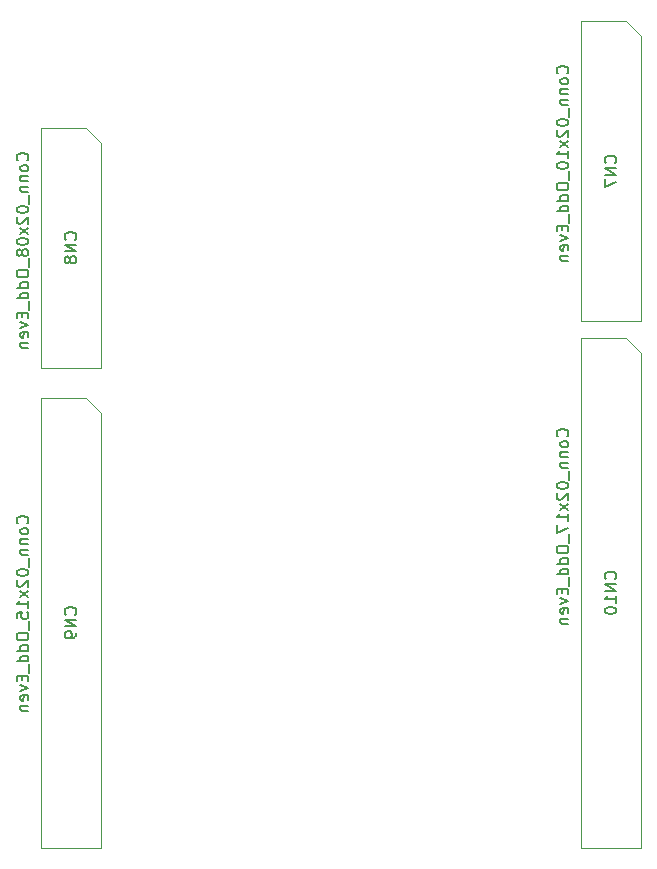
<source format=gbr>
G04 #@! TF.FileFunction,Other,Fab,Bot*
%FSLAX46Y46*%
G04 Gerber Fmt 4.6, Leading zero omitted, Abs format (unit mm)*
G04 Created by KiCad (PCBNEW 4.0.7) date Mon Nov 12 23:25:46 2018*
%MOMM*%
%LPD*%
G01*
G04 APERTURE LIST*
%ADD10C,0.100000*%
%ADD11C,0.150000*%
G04 APERTURE END LIST*
D10*
X117263000Y-64481000D02*
X113453000Y-64481000D01*
X113453000Y-64481000D02*
X113453000Y-84801000D01*
X113453000Y-84801000D02*
X118533000Y-84801000D01*
X118533000Y-84801000D02*
X118533000Y-65751000D01*
X118533000Y-65751000D02*
X117263000Y-64481000D01*
X117263000Y-87341000D02*
X113453000Y-87341000D01*
X113453000Y-87341000D02*
X113453000Y-125441000D01*
X113453000Y-125441000D02*
X118533000Y-125441000D01*
X118533000Y-125441000D02*
X118533000Y-88611000D01*
X118533000Y-88611000D02*
X117263000Y-87341000D01*
X162983000Y-55464000D02*
X159173000Y-55464000D01*
X159173000Y-55464000D02*
X159173000Y-80864000D01*
X159173000Y-80864000D02*
X164253000Y-80864000D01*
X164253000Y-80864000D02*
X164253000Y-56734000D01*
X164253000Y-56734000D02*
X162983000Y-55464000D01*
X162983000Y-82261000D02*
X159173000Y-82261000D01*
X159173000Y-82261000D02*
X159173000Y-125441000D01*
X159173000Y-125441000D02*
X164253000Y-125441000D01*
X164253000Y-125441000D02*
X164253000Y-83531000D01*
X164253000Y-83531000D02*
X162983000Y-82261000D01*
D11*
X112286143Y-67252142D02*
X112333762Y-67204523D01*
X112381381Y-67061666D01*
X112381381Y-66966428D01*
X112333762Y-66823570D01*
X112238524Y-66728332D01*
X112143286Y-66680713D01*
X111952810Y-66633094D01*
X111809952Y-66633094D01*
X111619476Y-66680713D01*
X111524238Y-66728332D01*
X111429000Y-66823570D01*
X111381381Y-66966428D01*
X111381381Y-67061666D01*
X111429000Y-67204523D01*
X111476619Y-67252142D01*
X112381381Y-67823570D02*
X112333762Y-67728332D01*
X112286143Y-67680713D01*
X112190905Y-67633094D01*
X111905190Y-67633094D01*
X111809952Y-67680713D01*
X111762333Y-67728332D01*
X111714714Y-67823570D01*
X111714714Y-67966428D01*
X111762333Y-68061666D01*
X111809952Y-68109285D01*
X111905190Y-68156904D01*
X112190905Y-68156904D01*
X112286143Y-68109285D01*
X112333762Y-68061666D01*
X112381381Y-67966428D01*
X112381381Y-67823570D01*
X111714714Y-68585475D02*
X112381381Y-68585475D01*
X111809952Y-68585475D02*
X111762333Y-68633094D01*
X111714714Y-68728332D01*
X111714714Y-68871190D01*
X111762333Y-68966428D01*
X111857571Y-69014047D01*
X112381381Y-69014047D01*
X111714714Y-69490237D02*
X112381381Y-69490237D01*
X111809952Y-69490237D02*
X111762333Y-69537856D01*
X111714714Y-69633094D01*
X111714714Y-69775952D01*
X111762333Y-69871190D01*
X111857571Y-69918809D01*
X112381381Y-69918809D01*
X112476619Y-70156904D02*
X112476619Y-70918809D01*
X111381381Y-71347380D02*
X111381381Y-71442619D01*
X111429000Y-71537857D01*
X111476619Y-71585476D01*
X111571857Y-71633095D01*
X111762333Y-71680714D01*
X112000429Y-71680714D01*
X112190905Y-71633095D01*
X112286143Y-71585476D01*
X112333762Y-71537857D01*
X112381381Y-71442619D01*
X112381381Y-71347380D01*
X112333762Y-71252142D01*
X112286143Y-71204523D01*
X112190905Y-71156904D01*
X112000429Y-71109285D01*
X111762333Y-71109285D01*
X111571857Y-71156904D01*
X111476619Y-71204523D01*
X111429000Y-71252142D01*
X111381381Y-71347380D01*
X111476619Y-72061666D02*
X111429000Y-72109285D01*
X111381381Y-72204523D01*
X111381381Y-72442619D01*
X111429000Y-72537857D01*
X111476619Y-72585476D01*
X111571857Y-72633095D01*
X111667095Y-72633095D01*
X111809952Y-72585476D01*
X112381381Y-72014047D01*
X112381381Y-72633095D01*
X112381381Y-72966428D02*
X111714714Y-73490238D01*
X111714714Y-72966428D02*
X112381381Y-73490238D01*
X111381381Y-74061666D02*
X111381381Y-74156905D01*
X111429000Y-74252143D01*
X111476619Y-74299762D01*
X111571857Y-74347381D01*
X111762333Y-74395000D01*
X112000429Y-74395000D01*
X112190905Y-74347381D01*
X112286143Y-74299762D01*
X112333762Y-74252143D01*
X112381381Y-74156905D01*
X112381381Y-74061666D01*
X112333762Y-73966428D01*
X112286143Y-73918809D01*
X112190905Y-73871190D01*
X112000429Y-73823571D01*
X111762333Y-73823571D01*
X111571857Y-73871190D01*
X111476619Y-73918809D01*
X111429000Y-73966428D01*
X111381381Y-74061666D01*
X111809952Y-74966428D02*
X111762333Y-74871190D01*
X111714714Y-74823571D01*
X111619476Y-74775952D01*
X111571857Y-74775952D01*
X111476619Y-74823571D01*
X111429000Y-74871190D01*
X111381381Y-74966428D01*
X111381381Y-75156905D01*
X111429000Y-75252143D01*
X111476619Y-75299762D01*
X111571857Y-75347381D01*
X111619476Y-75347381D01*
X111714714Y-75299762D01*
X111762333Y-75252143D01*
X111809952Y-75156905D01*
X111809952Y-74966428D01*
X111857571Y-74871190D01*
X111905190Y-74823571D01*
X112000429Y-74775952D01*
X112190905Y-74775952D01*
X112286143Y-74823571D01*
X112333762Y-74871190D01*
X112381381Y-74966428D01*
X112381381Y-75156905D01*
X112333762Y-75252143D01*
X112286143Y-75299762D01*
X112190905Y-75347381D01*
X112000429Y-75347381D01*
X111905190Y-75299762D01*
X111857571Y-75252143D01*
X111809952Y-75156905D01*
X112476619Y-75537857D02*
X112476619Y-76299762D01*
X111381381Y-76728333D02*
X111381381Y-76918810D01*
X111429000Y-77014048D01*
X111524238Y-77109286D01*
X111714714Y-77156905D01*
X112048048Y-77156905D01*
X112238524Y-77109286D01*
X112333762Y-77014048D01*
X112381381Y-76918810D01*
X112381381Y-76728333D01*
X112333762Y-76633095D01*
X112238524Y-76537857D01*
X112048048Y-76490238D01*
X111714714Y-76490238D01*
X111524238Y-76537857D01*
X111429000Y-76633095D01*
X111381381Y-76728333D01*
X112381381Y-78014048D02*
X111381381Y-78014048D01*
X112333762Y-78014048D02*
X112381381Y-77918810D01*
X112381381Y-77728333D01*
X112333762Y-77633095D01*
X112286143Y-77585476D01*
X112190905Y-77537857D01*
X111905190Y-77537857D01*
X111809952Y-77585476D01*
X111762333Y-77633095D01*
X111714714Y-77728333D01*
X111714714Y-77918810D01*
X111762333Y-78014048D01*
X112381381Y-78918810D02*
X111381381Y-78918810D01*
X112333762Y-78918810D02*
X112381381Y-78823572D01*
X112381381Y-78633095D01*
X112333762Y-78537857D01*
X112286143Y-78490238D01*
X112190905Y-78442619D01*
X111905190Y-78442619D01*
X111809952Y-78490238D01*
X111762333Y-78537857D01*
X111714714Y-78633095D01*
X111714714Y-78823572D01*
X111762333Y-78918810D01*
X112476619Y-79156905D02*
X112476619Y-79918810D01*
X111857571Y-80156905D02*
X111857571Y-80490239D01*
X112381381Y-80633096D02*
X112381381Y-80156905D01*
X111381381Y-80156905D01*
X111381381Y-80633096D01*
X111714714Y-80966429D02*
X112381381Y-81204524D01*
X111714714Y-81442620D01*
X112333762Y-82204525D02*
X112381381Y-82109287D01*
X112381381Y-81918810D01*
X112333762Y-81823572D01*
X112238524Y-81775953D01*
X111857571Y-81775953D01*
X111762333Y-81823572D01*
X111714714Y-81918810D01*
X111714714Y-82109287D01*
X111762333Y-82204525D01*
X111857571Y-82252144D01*
X111952810Y-82252144D01*
X112048048Y-81775953D01*
X111714714Y-82680715D02*
X112381381Y-82680715D01*
X111809952Y-82680715D02*
X111762333Y-82728334D01*
X111714714Y-82823572D01*
X111714714Y-82966430D01*
X111762333Y-83061668D01*
X111857571Y-83109287D01*
X112381381Y-83109287D01*
X116350143Y-73950524D02*
X116397762Y-73902905D01*
X116445381Y-73760048D01*
X116445381Y-73664810D01*
X116397762Y-73521952D01*
X116302524Y-73426714D01*
X116207286Y-73379095D01*
X116016810Y-73331476D01*
X115873952Y-73331476D01*
X115683476Y-73379095D01*
X115588238Y-73426714D01*
X115493000Y-73521952D01*
X115445381Y-73664810D01*
X115445381Y-73760048D01*
X115493000Y-73902905D01*
X115540619Y-73950524D01*
X116445381Y-74379095D02*
X115445381Y-74379095D01*
X116445381Y-74950524D01*
X115445381Y-74950524D01*
X115873952Y-75569571D02*
X115826333Y-75474333D01*
X115778714Y-75426714D01*
X115683476Y-75379095D01*
X115635857Y-75379095D01*
X115540619Y-75426714D01*
X115493000Y-75474333D01*
X115445381Y-75569571D01*
X115445381Y-75760048D01*
X115493000Y-75855286D01*
X115540619Y-75902905D01*
X115635857Y-75950524D01*
X115683476Y-75950524D01*
X115778714Y-75902905D01*
X115826333Y-75855286D01*
X115873952Y-75760048D01*
X115873952Y-75569571D01*
X115921571Y-75474333D01*
X115969190Y-75426714D01*
X116064429Y-75379095D01*
X116254905Y-75379095D01*
X116350143Y-75426714D01*
X116397762Y-75474333D01*
X116445381Y-75569571D01*
X116445381Y-75760048D01*
X116397762Y-75855286D01*
X116350143Y-75902905D01*
X116254905Y-75950524D01*
X116064429Y-75950524D01*
X115969190Y-75902905D01*
X115921571Y-75855286D01*
X115873952Y-75760048D01*
X112286143Y-97986142D02*
X112333762Y-97938523D01*
X112381381Y-97795666D01*
X112381381Y-97700428D01*
X112333762Y-97557570D01*
X112238524Y-97462332D01*
X112143286Y-97414713D01*
X111952810Y-97367094D01*
X111809952Y-97367094D01*
X111619476Y-97414713D01*
X111524238Y-97462332D01*
X111429000Y-97557570D01*
X111381381Y-97700428D01*
X111381381Y-97795666D01*
X111429000Y-97938523D01*
X111476619Y-97986142D01*
X112381381Y-98557570D02*
X112333762Y-98462332D01*
X112286143Y-98414713D01*
X112190905Y-98367094D01*
X111905190Y-98367094D01*
X111809952Y-98414713D01*
X111762333Y-98462332D01*
X111714714Y-98557570D01*
X111714714Y-98700428D01*
X111762333Y-98795666D01*
X111809952Y-98843285D01*
X111905190Y-98890904D01*
X112190905Y-98890904D01*
X112286143Y-98843285D01*
X112333762Y-98795666D01*
X112381381Y-98700428D01*
X112381381Y-98557570D01*
X111714714Y-99319475D02*
X112381381Y-99319475D01*
X111809952Y-99319475D02*
X111762333Y-99367094D01*
X111714714Y-99462332D01*
X111714714Y-99605190D01*
X111762333Y-99700428D01*
X111857571Y-99748047D01*
X112381381Y-99748047D01*
X111714714Y-100224237D02*
X112381381Y-100224237D01*
X111809952Y-100224237D02*
X111762333Y-100271856D01*
X111714714Y-100367094D01*
X111714714Y-100509952D01*
X111762333Y-100605190D01*
X111857571Y-100652809D01*
X112381381Y-100652809D01*
X112476619Y-100890904D02*
X112476619Y-101652809D01*
X111381381Y-102081380D02*
X111381381Y-102176619D01*
X111429000Y-102271857D01*
X111476619Y-102319476D01*
X111571857Y-102367095D01*
X111762333Y-102414714D01*
X112000429Y-102414714D01*
X112190905Y-102367095D01*
X112286143Y-102319476D01*
X112333762Y-102271857D01*
X112381381Y-102176619D01*
X112381381Y-102081380D01*
X112333762Y-101986142D01*
X112286143Y-101938523D01*
X112190905Y-101890904D01*
X112000429Y-101843285D01*
X111762333Y-101843285D01*
X111571857Y-101890904D01*
X111476619Y-101938523D01*
X111429000Y-101986142D01*
X111381381Y-102081380D01*
X111476619Y-102795666D02*
X111429000Y-102843285D01*
X111381381Y-102938523D01*
X111381381Y-103176619D01*
X111429000Y-103271857D01*
X111476619Y-103319476D01*
X111571857Y-103367095D01*
X111667095Y-103367095D01*
X111809952Y-103319476D01*
X112381381Y-102748047D01*
X112381381Y-103367095D01*
X112381381Y-103700428D02*
X111714714Y-104224238D01*
X111714714Y-103700428D02*
X112381381Y-104224238D01*
X112381381Y-105129000D02*
X112381381Y-104557571D01*
X112381381Y-104843285D02*
X111381381Y-104843285D01*
X111524238Y-104748047D01*
X111619476Y-104652809D01*
X111667095Y-104557571D01*
X111381381Y-106033762D02*
X111381381Y-105557571D01*
X111857571Y-105509952D01*
X111809952Y-105557571D01*
X111762333Y-105652809D01*
X111762333Y-105890905D01*
X111809952Y-105986143D01*
X111857571Y-106033762D01*
X111952810Y-106081381D01*
X112190905Y-106081381D01*
X112286143Y-106033762D01*
X112333762Y-105986143D01*
X112381381Y-105890905D01*
X112381381Y-105652809D01*
X112333762Y-105557571D01*
X112286143Y-105509952D01*
X112476619Y-106271857D02*
X112476619Y-107033762D01*
X111381381Y-107462333D02*
X111381381Y-107652810D01*
X111429000Y-107748048D01*
X111524238Y-107843286D01*
X111714714Y-107890905D01*
X112048048Y-107890905D01*
X112238524Y-107843286D01*
X112333762Y-107748048D01*
X112381381Y-107652810D01*
X112381381Y-107462333D01*
X112333762Y-107367095D01*
X112238524Y-107271857D01*
X112048048Y-107224238D01*
X111714714Y-107224238D01*
X111524238Y-107271857D01*
X111429000Y-107367095D01*
X111381381Y-107462333D01*
X112381381Y-108748048D02*
X111381381Y-108748048D01*
X112333762Y-108748048D02*
X112381381Y-108652810D01*
X112381381Y-108462333D01*
X112333762Y-108367095D01*
X112286143Y-108319476D01*
X112190905Y-108271857D01*
X111905190Y-108271857D01*
X111809952Y-108319476D01*
X111762333Y-108367095D01*
X111714714Y-108462333D01*
X111714714Y-108652810D01*
X111762333Y-108748048D01*
X112381381Y-109652810D02*
X111381381Y-109652810D01*
X112333762Y-109652810D02*
X112381381Y-109557572D01*
X112381381Y-109367095D01*
X112333762Y-109271857D01*
X112286143Y-109224238D01*
X112190905Y-109176619D01*
X111905190Y-109176619D01*
X111809952Y-109224238D01*
X111762333Y-109271857D01*
X111714714Y-109367095D01*
X111714714Y-109557572D01*
X111762333Y-109652810D01*
X112476619Y-109890905D02*
X112476619Y-110652810D01*
X111857571Y-110890905D02*
X111857571Y-111224239D01*
X112381381Y-111367096D02*
X112381381Y-110890905D01*
X111381381Y-110890905D01*
X111381381Y-111367096D01*
X111714714Y-111700429D02*
X112381381Y-111938524D01*
X111714714Y-112176620D01*
X112333762Y-112938525D02*
X112381381Y-112843287D01*
X112381381Y-112652810D01*
X112333762Y-112557572D01*
X112238524Y-112509953D01*
X111857571Y-112509953D01*
X111762333Y-112557572D01*
X111714714Y-112652810D01*
X111714714Y-112843287D01*
X111762333Y-112938525D01*
X111857571Y-112986144D01*
X111952810Y-112986144D01*
X112048048Y-112509953D01*
X111714714Y-113414715D02*
X112381381Y-113414715D01*
X111809952Y-113414715D02*
X111762333Y-113462334D01*
X111714714Y-113557572D01*
X111714714Y-113700430D01*
X111762333Y-113795668D01*
X111857571Y-113843287D01*
X112381381Y-113843287D01*
X116350143Y-105700524D02*
X116397762Y-105652905D01*
X116445381Y-105510048D01*
X116445381Y-105414810D01*
X116397762Y-105271952D01*
X116302524Y-105176714D01*
X116207286Y-105129095D01*
X116016810Y-105081476D01*
X115873952Y-105081476D01*
X115683476Y-105129095D01*
X115588238Y-105176714D01*
X115493000Y-105271952D01*
X115445381Y-105414810D01*
X115445381Y-105510048D01*
X115493000Y-105652905D01*
X115540619Y-105700524D01*
X116445381Y-106129095D02*
X115445381Y-106129095D01*
X116445381Y-106700524D01*
X115445381Y-106700524D01*
X116445381Y-107224333D02*
X116445381Y-107414809D01*
X116397762Y-107510048D01*
X116350143Y-107557667D01*
X116207286Y-107652905D01*
X116016810Y-107700524D01*
X115635857Y-107700524D01*
X115540619Y-107652905D01*
X115493000Y-107605286D01*
X115445381Y-107510048D01*
X115445381Y-107319571D01*
X115493000Y-107224333D01*
X115540619Y-107176714D01*
X115635857Y-107129095D01*
X115873952Y-107129095D01*
X115969190Y-107176714D01*
X116016810Y-107224333D01*
X116064429Y-107319571D01*
X116064429Y-107510048D01*
X116016810Y-107605286D01*
X115969190Y-107652905D01*
X115873952Y-107700524D01*
X158006143Y-59886142D02*
X158053762Y-59838523D01*
X158101381Y-59695666D01*
X158101381Y-59600428D01*
X158053762Y-59457570D01*
X157958524Y-59362332D01*
X157863286Y-59314713D01*
X157672810Y-59267094D01*
X157529952Y-59267094D01*
X157339476Y-59314713D01*
X157244238Y-59362332D01*
X157149000Y-59457570D01*
X157101381Y-59600428D01*
X157101381Y-59695666D01*
X157149000Y-59838523D01*
X157196619Y-59886142D01*
X158101381Y-60457570D02*
X158053762Y-60362332D01*
X158006143Y-60314713D01*
X157910905Y-60267094D01*
X157625190Y-60267094D01*
X157529952Y-60314713D01*
X157482333Y-60362332D01*
X157434714Y-60457570D01*
X157434714Y-60600428D01*
X157482333Y-60695666D01*
X157529952Y-60743285D01*
X157625190Y-60790904D01*
X157910905Y-60790904D01*
X158006143Y-60743285D01*
X158053762Y-60695666D01*
X158101381Y-60600428D01*
X158101381Y-60457570D01*
X157434714Y-61219475D02*
X158101381Y-61219475D01*
X157529952Y-61219475D02*
X157482333Y-61267094D01*
X157434714Y-61362332D01*
X157434714Y-61505190D01*
X157482333Y-61600428D01*
X157577571Y-61648047D01*
X158101381Y-61648047D01*
X157434714Y-62124237D02*
X158101381Y-62124237D01*
X157529952Y-62124237D02*
X157482333Y-62171856D01*
X157434714Y-62267094D01*
X157434714Y-62409952D01*
X157482333Y-62505190D01*
X157577571Y-62552809D01*
X158101381Y-62552809D01*
X158196619Y-62790904D02*
X158196619Y-63552809D01*
X157101381Y-63981380D02*
X157101381Y-64076619D01*
X157149000Y-64171857D01*
X157196619Y-64219476D01*
X157291857Y-64267095D01*
X157482333Y-64314714D01*
X157720429Y-64314714D01*
X157910905Y-64267095D01*
X158006143Y-64219476D01*
X158053762Y-64171857D01*
X158101381Y-64076619D01*
X158101381Y-63981380D01*
X158053762Y-63886142D01*
X158006143Y-63838523D01*
X157910905Y-63790904D01*
X157720429Y-63743285D01*
X157482333Y-63743285D01*
X157291857Y-63790904D01*
X157196619Y-63838523D01*
X157149000Y-63886142D01*
X157101381Y-63981380D01*
X157196619Y-64695666D02*
X157149000Y-64743285D01*
X157101381Y-64838523D01*
X157101381Y-65076619D01*
X157149000Y-65171857D01*
X157196619Y-65219476D01*
X157291857Y-65267095D01*
X157387095Y-65267095D01*
X157529952Y-65219476D01*
X158101381Y-64648047D01*
X158101381Y-65267095D01*
X158101381Y-65600428D02*
X157434714Y-66124238D01*
X157434714Y-65600428D02*
X158101381Y-66124238D01*
X158101381Y-67029000D02*
X158101381Y-66457571D01*
X158101381Y-66743285D02*
X157101381Y-66743285D01*
X157244238Y-66648047D01*
X157339476Y-66552809D01*
X157387095Y-66457571D01*
X157101381Y-67648047D02*
X157101381Y-67743286D01*
X157149000Y-67838524D01*
X157196619Y-67886143D01*
X157291857Y-67933762D01*
X157482333Y-67981381D01*
X157720429Y-67981381D01*
X157910905Y-67933762D01*
X158006143Y-67886143D01*
X158053762Y-67838524D01*
X158101381Y-67743286D01*
X158101381Y-67648047D01*
X158053762Y-67552809D01*
X158006143Y-67505190D01*
X157910905Y-67457571D01*
X157720429Y-67409952D01*
X157482333Y-67409952D01*
X157291857Y-67457571D01*
X157196619Y-67505190D01*
X157149000Y-67552809D01*
X157101381Y-67648047D01*
X158196619Y-68171857D02*
X158196619Y-68933762D01*
X157101381Y-69362333D02*
X157101381Y-69552810D01*
X157149000Y-69648048D01*
X157244238Y-69743286D01*
X157434714Y-69790905D01*
X157768048Y-69790905D01*
X157958524Y-69743286D01*
X158053762Y-69648048D01*
X158101381Y-69552810D01*
X158101381Y-69362333D01*
X158053762Y-69267095D01*
X157958524Y-69171857D01*
X157768048Y-69124238D01*
X157434714Y-69124238D01*
X157244238Y-69171857D01*
X157149000Y-69267095D01*
X157101381Y-69362333D01*
X158101381Y-70648048D02*
X157101381Y-70648048D01*
X158053762Y-70648048D02*
X158101381Y-70552810D01*
X158101381Y-70362333D01*
X158053762Y-70267095D01*
X158006143Y-70219476D01*
X157910905Y-70171857D01*
X157625190Y-70171857D01*
X157529952Y-70219476D01*
X157482333Y-70267095D01*
X157434714Y-70362333D01*
X157434714Y-70552810D01*
X157482333Y-70648048D01*
X158101381Y-71552810D02*
X157101381Y-71552810D01*
X158053762Y-71552810D02*
X158101381Y-71457572D01*
X158101381Y-71267095D01*
X158053762Y-71171857D01*
X158006143Y-71124238D01*
X157910905Y-71076619D01*
X157625190Y-71076619D01*
X157529952Y-71124238D01*
X157482333Y-71171857D01*
X157434714Y-71267095D01*
X157434714Y-71457572D01*
X157482333Y-71552810D01*
X158196619Y-71790905D02*
X158196619Y-72552810D01*
X157577571Y-72790905D02*
X157577571Y-73124239D01*
X158101381Y-73267096D02*
X158101381Y-72790905D01*
X157101381Y-72790905D01*
X157101381Y-73267096D01*
X157434714Y-73600429D02*
X158101381Y-73838524D01*
X157434714Y-74076620D01*
X158053762Y-74838525D02*
X158101381Y-74743287D01*
X158101381Y-74552810D01*
X158053762Y-74457572D01*
X157958524Y-74409953D01*
X157577571Y-74409953D01*
X157482333Y-74457572D01*
X157434714Y-74552810D01*
X157434714Y-74743287D01*
X157482333Y-74838525D01*
X157577571Y-74886144D01*
X157672810Y-74886144D01*
X157768048Y-74409953D01*
X157434714Y-75314715D02*
X158101381Y-75314715D01*
X157529952Y-75314715D02*
X157482333Y-75362334D01*
X157434714Y-75457572D01*
X157434714Y-75600430D01*
X157482333Y-75695668D01*
X157577571Y-75743287D01*
X158101381Y-75743287D01*
X162070143Y-67473524D02*
X162117762Y-67425905D01*
X162165381Y-67283048D01*
X162165381Y-67187810D01*
X162117762Y-67044952D01*
X162022524Y-66949714D01*
X161927286Y-66902095D01*
X161736810Y-66854476D01*
X161593952Y-66854476D01*
X161403476Y-66902095D01*
X161308238Y-66949714D01*
X161213000Y-67044952D01*
X161165381Y-67187810D01*
X161165381Y-67283048D01*
X161213000Y-67425905D01*
X161260619Y-67473524D01*
X162165381Y-67902095D02*
X161165381Y-67902095D01*
X162165381Y-68473524D01*
X161165381Y-68473524D01*
X161165381Y-68854476D02*
X161165381Y-69521143D01*
X162165381Y-69092571D01*
X158006143Y-90620142D02*
X158053762Y-90572523D01*
X158101381Y-90429666D01*
X158101381Y-90334428D01*
X158053762Y-90191570D01*
X157958524Y-90096332D01*
X157863286Y-90048713D01*
X157672810Y-90001094D01*
X157529952Y-90001094D01*
X157339476Y-90048713D01*
X157244238Y-90096332D01*
X157149000Y-90191570D01*
X157101381Y-90334428D01*
X157101381Y-90429666D01*
X157149000Y-90572523D01*
X157196619Y-90620142D01*
X158101381Y-91191570D02*
X158053762Y-91096332D01*
X158006143Y-91048713D01*
X157910905Y-91001094D01*
X157625190Y-91001094D01*
X157529952Y-91048713D01*
X157482333Y-91096332D01*
X157434714Y-91191570D01*
X157434714Y-91334428D01*
X157482333Y-91429666D01*
X157529952Y-91477285D01*
X157625190Y-91524904D01*
X157910905Y-91524904D01*
X158006143Y-91477285D01*
X158053762Y-91429666D01*
X158101381Y-91334428D01*
X158101381Y-91191570D01*
X157434714Y-91953475D02*
X158101381Y-91953475D01*
X157529952Y-91953475D02*
X157482333Y-92001094D01*
X157434714Y-92096332D01*
X157434714Y-92239190D01*
X157482333Y-92334428D01*
X157577571Y-92382047D01*
X158101381Y-92382047D01*
X157434714Y-92858237D02*
X158101381Y-92858237D01*
X157529952Y-92858237D02*
X157482333Y-92905856D01*
X157434714Y-93001094D01*
X157434714Y-93143952D01*
X157482333Y-93239190D01*
X157577571Y-93286809D01*
X158101381Y-93286809D01*
X158196619Y-93524904D02*
X158196619Y-94286809D01*
X157101381Y-94715380D02*
X157101381Y-94810619D01*
X157149000Y-94905857D01*
X157196619Y-94953476D01*
X157291857Y-95001095D01*
X157482333Y-95048714D01*
X157720429Y-95048714D01*
X157910905Y-95001095D01*
X158006143Y-94953476D01*
X158053762Y-94905857D01*
X158101381Y-94810619D01*
X158101381Y-94715380D01*
X158053762Y-94620142D01*
X158006143Y-94572523D01*
X157910905Y-94524904D01*
X157720429Y-94477285D01*
X157482333Y-94477285D01*
X157291857Y-94524904D01*
X157196619Y-94572523D01*
X157149000Y-94620142D01*
X157101381Y-94715380D01*
X157196619Y-95429666D02*
X157149000Y-95477285D01*
X157101381Y-95572523D01*
X157101381Y-95810619D01*
X157149000Y-95905857D01*
X157196619Y-95953476D01*
X157291857Y-96001095D01*
X157387095Y-96001095D01*
X157529952Y-95953476D01*
X158101381Y-95382047D01*
X158101381Y-96001095D01*
X158101381Y-96334428D02*
X157434714Y-96858238D01*
X157434714Y-96334428D02*
X158101381Y-96858238D01*
X158101381Y-97763000D02*
X158101381Y-97191571D01*
X158101381Y-97477285D02*
X157101381Y-97477285D01*
X157244238Y-97382047D01*
X157339476Y-97286809D01*
X157387095Y-97191571D01*
X157101381Y-98096333D02*
X157101381Y-98763000D01*
X158101381Y-98334428D01*
X158196619Y-98905857D02*
X158196619Y-99667762D01*
X157101381Y-100096333D02*
X157101381Y-100286810D01*
X157149000Y-100382048D01*
X157244238Y-100477286D01*
X157434714Y-100524905D01*
X157768048Y-100524905D01*
X157958524Y-100477286D01*
X158053762Y-100382048D01*
X158101381Y-100286810D01*
X158101381Y-100096333D01*
X158053762Y-100001095D01*
X157958524Y-99905857D01*
X157768048Y-99858238D01*
X157434714Y-99858238D01*
X157244238Y-99905857D01*
X157149000Y-100001095D01*
X157101381Y-100096333D01*
X158101381Y-101382048D02*
X157101381Y-101382048D01*
X158053762Y-101382048D02*
X158101381Y-101286810D01*
X158101381Y-101096333D01*
X158053762Y-101001095D01*
X158006143Y-100953476D01*
X157910905Y-100905857D01*
X157625190Y-100905857D01*
X157529952Y-100953476D01*
X157482333Y-101001095D01*
X157434714Y-101096333D01*
X157434714Y-101286810D01*
X157482333Y-101382048D01*
X158101381Y-102286810D02*
X157101381Y-102286810D01*
X158053762Y-102286810D02*
X158101381Y-102191572D01*
X158101381Y-102001095D01*
X158053762Y-101905857D01*
X158006143Y-101858238D01*
X157910905Y-101810619D01*
X157625190Y-101810619D01*
X157529952Y-101858238D01*
X157482333Y-101905857D01*
X157434714Y-102001095D01*
X157434714Y-102191572D01*
X157482333Y-102286810D01*
X158196619Y-102524905D02*
X158196619Y-103286810D01*
X157577571Y-103524905D02*
X157577571Y-103858239D01*
X158101381Y-104001096D02*
X158101381Y-103524905D01*
X157101381Y-103524905D01*
X157101381Y-104001096D01*
X157434714Y-104334429D02*
X158101381Y-104572524D01*
X157434714Y-104810620D01*
X158053762Y-105572525D02*
X158101381Y-105477287D01*
X158101381Y-105286810D01*
X158053762Y-105191572D01*
X157958524Y-105143953D01*
X157577571Y-105143953D01*
X157482333Y-105191572D01*
X157434714Y-105286810D01*
X157434714Y-105477287D01*
X157482333Y-105572525D01*
X157577571Y-105620144D01*
X157672810Y-105620144D01*
X157768048Y-105143953D01*
X157434714Y-106048715D02*
X158101381Y-106048715D01*
X157529952Y-106048715D02*
X157482333Y-106096334D01*
X157434714Y-106191572D01*
X157434714Y-106334430D01*
X157482333Y-106429668D01*
X157577571Y-106477287D01*
X158101381Y-106477287D01*
X162070143Y-102684334D02*
X162117762Y-102636715D01*
X162165381Y-102493858D01*
X162165381Y-102398620D01*
X162117762Y-102255762D01*
X162022524Y-102160524D01*
X161927286Y-102112905D01*
X161736810Y-102065286D01*
X161593952Y-102065286D01*
X161403476Y-102112905D01*
X161308238Y-102160524D01*
X161213000Y-102255762D01*
X161165381Y-102398620D01*
X161165381Y-102493858D01*
X161213000Y-102636715D01*
X161260619Y-102684334D01*
X162165381Y-103112905D02*
X161165381Y-103112905D01*
X162165381Y-103684334D01*
X161165381Y-103684334D01*
X162165381Y-104684334D02*
X162165381Y-104112905D01*
X162165381Y-104398619D02*
X161165381Y-104398619D01*
X161308238Y-104303381D01*
X161403476Y-104208143D01*
X161451095Y-104112905D01*
X161165381Y-105303381D02*
X161165381Y-105398620D01*
X161213000Y-105493858D01*
X161260619Y-105541477D01*
X161355857Y-105589096D01*
X161546333Y-105636715D01*
X161784429Y-105636715D01*
X161974905Y-105589096D01*
X162070143Y-105541477D01*
X162117762Y-105493858D01*
X162165381Y-105398620D01*
X162165381Y-105303381D01*
X162117762Y-105208143D01*
X162070143Y-105160524D01*
X161974905Y-105112905D01*
X161784429Y-105065286D01*
X161546333Y-105065286D01*
X161355857Y-105112905D01*
X161260619Y-105160524D01*
X161213000Y-105208143D01*
X161165381Y-105303381D01*
M02*

</source>
